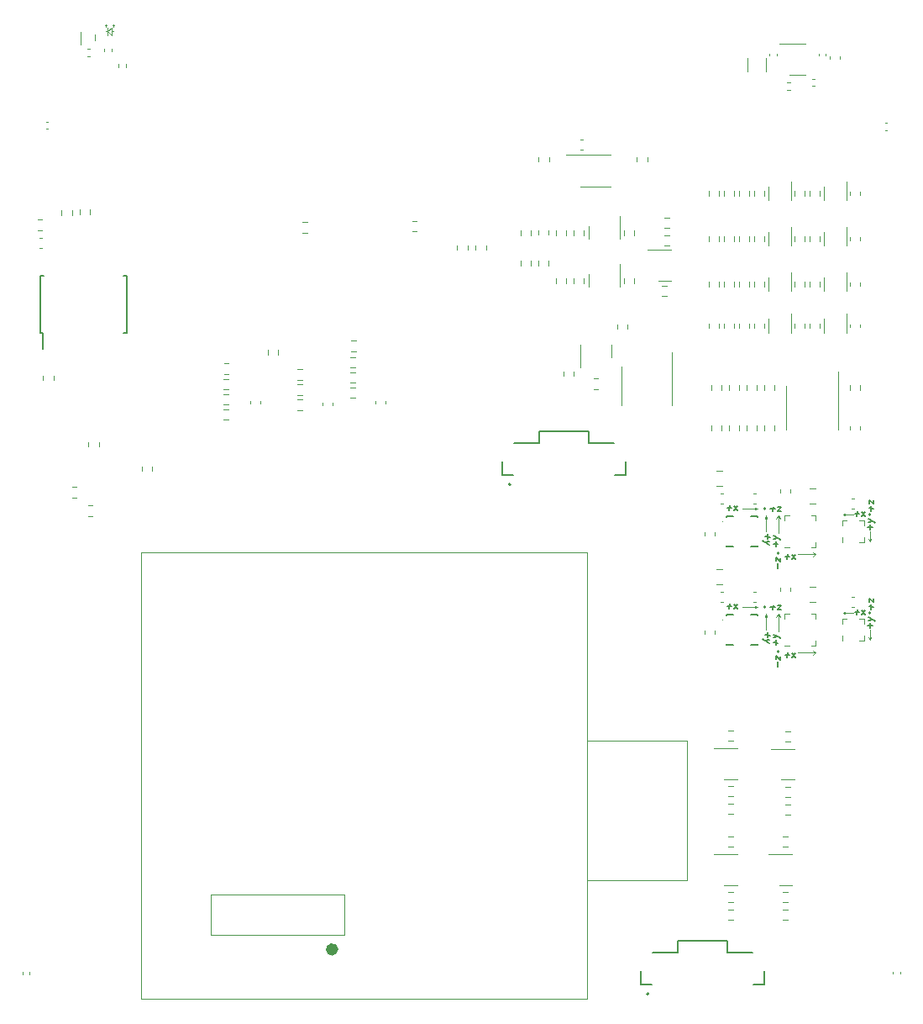
<source format=gto>
G04 #@! TF.GenerationSoftware,KiCad,Pcbnew,(6.0.5)*
G04 #@! TF.CreationDate,2022-06-17T13:42:06-04:00*
G04 #@! TF.ProjectId,FP Interface Card,46502049-6e74-4657-9266-616365204361,rev?*
G04 #@! TF.SameCoordinates,Original*
G04 #@! TF.FileFunction,Legend,Top*
G04 #@! TF.FilePolarity,Positive*
%FSLAX46Y46*%
G04 Gerber Fmt 4.6, Leading zero omitted, Abs format (unit mm)*
G04 Created by KiCad (PCBNEW (6.0.5)) date 2022-06-17 13:42:06*
%MOMM*%
%LPD*%
G01*
G04 APERTURE LIST*
%ADD10C,0.127000*%
%ADD11C,0.120000*%
%ADD12C,0.060000*%
%ADD13C,0.100000*%
%ADD14C,0.203200*%
%ADD15C,0.150000*%
%ADD16C,0.200000*%
%ADD17C,0.750000*%
G04 APERTURE END LIST*
D10*
X116853357Y-126741688D02*
X116853357Y-126257879D01*
X117095261Y-126530021D02*
X116611452Y-126469545D01*
X116671928Y-125993295D02*
X117095261Y-125895021D01*
X116671928Y-125690914D02*
X117095261Y-125895021D01*
X117246452Y-125974396D01*
X117276690Y-126008414D01*
X117306928Y-126072670D01*
X117053357Y-128956807D02*
X117053357Y-128472998D01*
X116871928Y-128208414D02*
X116871928Y-127875795D01*
X117295261Y-128261331D01*
X117295261Y-127928712D01*
X117779192Y-127773357D02*
X118263001Y-127773357D01*
X117990859Y-128015261D02*
X118051335Y-127531452D01*
X118474668Y-128015261D02*
X118860204Y-127591928D01*
X118527585Y-127591928D02*
X118807287Y-128015261D01*
X124813192Y-113557357D02*
X125297001Y-113557357D01*
X125024859Y-113799261D02*
X125085335Y-113315452D01*
X125508668Y-113799261D02*
X125894204Y-113375928D01*
X125561585Y-113375928D02*
X125841287Y-113799261D01*
X126387357Y-115125688D02*
X126387357Y-114641879D01*
X126629261Y-114914021D02*
X126145452Y-114853545D01*
X126205928Y-114377295D02*
X126629261Y-114279021D01*
X126205928Y-114074914D02*
X126629261Y-114279021D01*
X126780452Y-114358396D01*
X126810690Y-114392414D01*
X126840928Y-114456670D01*
X126487357Y-113240807D02*
X126487357Y-112756998D01*
X126729261Y-113029140D02*
X126245452Y-112968664D01*
X126305928Y-112492414D02*
X126305928Y-112159795D01*
X126729261Y-112545331D01*
X126729261Y-112212712D01*
X124813192Y-123463357D02*
X125297001Y-123463357D01*
X125024859Y-123705261D02*
X125085335Y-123221452D01*
X125508668Y-123705261D02*
X125894204Y-123281928D01*
X125561585Y-123281928D02*
X125841287Y-123705261D01*
X126487357Y-123146807D02*
X126487357Y-122662998D01*
X126729261Y-122935140D02*
X126245452Y-122874664D01*
X126305928Y-122398414D02*
X126305928Y-122065795D01*
X126729261Y-122451331D01*
X126729261Y-122118712D01*
X126387357Y-125031688D02*
X126387357Y-124547879D01*
X126629261Y-124820021D02*
X126145452Y-124759545D01*
X126205928Y-124283295D02*
X126629261Y-124185021D01*
X126205928Y-123980914D02*
X126629261Y-124185021D01*
X126780452Y-124264396D01*
X126810690Y-124298414D01*
X126840928Y-124362670D01*
X111937192Y-122863357D02*
X112421001Y-122863357D01*
X112148859Y-123105261D02*
X112209335Y-122621452D01*
X112632668Y-123105261D02*
X113018204Y-122681928D01*
X112685585Y-122681928D02*
X112965287Y-123105261D01*
X116337192Y-122963357D02*
X116821001Y-122963357D01*
X116548859Y-123205261D02*
X116609335Y-122721452D01*
X117085585Y-122781928D02*
X117418204Y-122781928D01*
X117032668Y-123205261D01*
X117365287Y-123205261D01*
X116020642Y-125504311D02*
X116020642Y-125988120D01*
X115778738Y-125715978D02*
X116262547Y-125776454D01*
X116202071Y-126252704D02*
X115778738Y-126350978D01*
X116202071Y-126555085D02*
X115778738Y-126350978D01*
X115627547Y-126271603D01*
X115597309Y-126237585D01*
X115567071Y-126173329D01*
X117053357Y-119040807D02*
X117053357Y-118556998D01*
X116871928Y-118292414D02*
X116871928Y-117959795D01*
X117295261Y-118345331D01*
X117295261Y-118012712D01*
X117779192Y-117857357D02*
X118263001Y-117857357D01*
X117990859Y-118099261D02*
X118051335Y-117615452D01*
X118474668Y-118099261D02*
X118860204Y-117675928D01*
X118527585Y-117675928D02*
X118807287Y-118099261D01*
X116853357Y-116825688D02*
X116853357Y-116341879D01*
X117095261Y-116614021D02*
X116611452Y-116553545D01*
X116671928Y-116077295D02*
X117095261Y-115979021D01*
X116671928Y-115774914D02*
X117095261Y-115979021D01*
X117246452Y-116058396D01*
X117276690Y-116092414D01*
X117306928Y-116156670D01*
X116020642Y-115598311D02*
X116020642Y-116082120D01*
X115778738Y-115809978D02*
X116262547Y-115870454D01*
X116202071Y-116346704D02*
X115778738Y-116444978D01*
X116202071Y-116649085D02*
X115778738Y-116444978D01*
X115627547Y-116365603D01*
X115597309Y-116331585D01*
X115567071Y-116267329D01*
X116337192Y-113057357D02*
X116821001Y-113057357D01*
X116548859Y-113299261D02*
X116609335Y-112815452D01*
X117085585Y-112875928D02*
X117418204Y-112875928D01*
X117032668Y-113299261D01*
X117365287Y-113299261D01*
X111937192Y-112957357D02*
X112421001Y-112957357D01*
X112148859Y-113199261D02*
X112209335Y-112715452D01*
X112632668Y-113199261D02*
X113018204Y-112775928D01*
X112685585Y-112775928D02*
X112965287Y-113199261D01*
D11*
X49503778Y-64974280D02*
X49303778Y-64974280D01*
X49903778Y-65374280D02*
X49503778Y-64974280D01*
D12*
X49303778Y-64474280D02*
X49303778Y-64274280D01*
X50103778Y-64474280D02*
X50103778Y-64274280D01*
D11*
X49503778Y-64974280D02*
X49903778Y-64574280D01*
X49903778Y-64974280D02*
X50103778Y-64974280D01*
D12*
X49403778Y-64374280D02*
X49303778Y-64274280D01*
D11*
X49503778Y-64574280D02*
X49503778Y-65374280D01*
D12*
X50203778Y-64374280D02*
X50103778Y-64274280D01*
X50103778Y-64274280D02*
X50003778Y-64374280D01*
X49303778Y-64274280D02*
X49203778Y-64374280D01*
D11*
X49903778Y-64574280D02*
X49903778Y-65374280D01*
X43280664Y-74778000D02*
X43496336Y-74778000D01*
X43280664Y-74058000D02*
X43496336Y-74058000D01*
X128078336Y-74185000D02*
X127862664Y-74185000D01*
X128078336Y-74905000D02*
X127862664Y-74905000D01*
X128690000Y-159654164D02*
X128690000Y-159869836D01*
X129410000Y-159654164D02*
X129410000Y-159869836D01*
X41653000Y-159717664D02*
X41653000Y-159933336D01*
X40933000Y-159717664D02*
X40933000Y-159933336D01*
X123362400Y-67444820D02*
X123362400Y-67725980D01*
X122342400Y-67444820D02*
X122342400Y-67725980D01*
X121197000Y-67198164D02*
X121197000Y-67413836D01*
X121917000Y-67198164D02*
X121917000Y-67413836D01*
X116938600Y-67198164D02*
X116938600Y-67413836D01*
X116218600Y-67198164D02*
X116218600Y-67413836D01*
X115863000Y-67610748D02*
X115863000Y-69033252D01*
X114043000Y-67610748D02*
X114043000Y-69033252D01*
X46790600Y-65053400D02*
X46790600Y-66253400D01*
X46790600Y-66253400D02*
X46790600Y-66253400D01*
X48190600Y-65253400D02*
X48190600Y-65853400D01*
X51325000Y-68539141D02*
X51325000Y-68231859D01*
X50565000Y-68539141D02*
X50565000Y-68231859D01*
X47438559Y-66697400D02*
X47745841Y-66697400D01*
X47438559Y-67457400D02*
X47745841Y-67457400D01*
X49953400Y-67002441D02*
X49953400Y-66695159D01*
X49193400Y-67002441D02*
X49193400Y-66695159D01*
X117999759Y-70101000D02*
X118307041Y-70101000D01*
X117999759Y-70861000D02*
X118307041Y-70861000D01*
X119067800Y-69348600D02*
X118267800Y-69348600D01*
X119067800Y-69348600D02*
X119867800Y-69348600D01*
X119067800Y-66228600D02*
X119867800Y-66228600D01*
X119067800Y-66228600D02*
X117267800Y-66228600D01*
X120514359Y-70480000D02*
X120821641Y-70480000D01*
X120514359Y-69720000D02*
X120821641Y-69720000D01*
X91159500Y-88516258D02*
X91159500Y-88041742D01*
X92204500Y-88516258D02*
X92204500Y-88041742D01*
X98679000Y-77384000D02*
X100179000Y-77384000D01*
X98679000Y-77384000D02*
X95754000Y-77384000D01*
X98679000Y-80604000D02*
X97179000Y-80604000D01*
X98679000Y-80604000D02*
X100179000Y-80604000D01*
X118761500Y-90657258D02*
X118761500Y-90182742D01*
X119806500Y-90657258D02*
X119806500Y-90182742D01*
X61192142Y-100998300D02*
X61666658Y-100998300D01*
X61192142Y-99953300D02*
X61666658Y-99953300D01*
X120908000Y-127528000D02*
X120608000Y-127328000D01*
D13*
X117708000Y-126828000D02*
X118208000Y-126828000D01*
X120908000Y-126828000D02*
X120408000Y-126828000D01*
X117708000Y-123628000D02*
X118208000Y-123628000D01*
D11*
X117108000Y-123628000D02*
X117308000Y-123928000D01*
X119108000Y-127528000D02*
X120908000Y-127528000D01*
D13*
X117708000Y-124128000D02*
X117708000Y-123628000D01*
X120408000Y-123628000D02*
X120908000Y-123628000D01*
D11*
X117108000Y-125428000D02*
X117108000Y-123628000D01*
D13*
X120908000Y-123628000D02*
X120408000Y-123628000D01*
D11*
X120908000Y-127528000D02*
X120608000Y-127728000D01*
X117108000Y-123628000D02*
X116908000Y-123928000D01*
D13*
X120908000Y-126828000D02*
X120908000Y-126328000D01*
X120908000Y-123628000D02*
X120908000Y-124128000D01*
D14*
X117184200Y-127428000D02*
G75*
G03*
X117184200Y-127428000I-76200J0D01*
G01*
D11*
X42888180Y-86778200D02*
X42607020Y-86778200D01*
X42888180Y-85758200D02*
X42607020Y-85758200D01*
X114595420Y-111500000D02*
X114876580Y-111500000D01*
X114595420Y-112520000D02*
X114876580Y-112520000D01*
X125742000Y-114712000D02*
X125742000Y-114712000D01*
X123642000Y-113612000D02*
X123842000Y-113512000D01*
X126342000Y-116312000D02*
X126242000Y-116112000D01*
X123542000Y-114712000D02*
X123542000Y-114212000D01*
X125242000Y-116412000D02*
X125242000Y-116412000D01*
X123542000Y-116412000D02*
X123542000Y-116412000D01*
X126342000Y-116312000D02*
X126442000Y-116112000D01*
X125242000Y-114212000D02*
X125742000Y-114212000D01*
X123642000Y-113612000D02*
X123842000Y-113712000D01*
X124642000Y-113612000D02*
X123642000Y-113612000D01*
X124042000Y-114212000D02*
X124042000Y-114212000D01*
X123542000Y-115912000D02*
X123542000Y-116412000D01*
X125742000Y-115912000D02*
X125742000Y-116412000D01*
X126342000Y-115312000D02*
X126342000Y-116312000D01*
X123542000Y-114212000D02*
X124042000Y-114212000D01*
X125742000Y-114212000D02*
X125742000Y-114712000D01*
X125742000Y-116412000D02*
X125242000Y-116412000D01*
D14*
X126418200Y-113612000D02*
G75*
G03*
X126418200Y-113612000I-76200J0D01*
G01*
D11*
X118761500Y-86085258D02*
X118761500Y-85610742D01*
X119806500Y-86085258D02*
X119806500Y-85610742D01*
X111441252Y-110713000D02*
X110918748Y-110713000D01*
X111441252Y-109243000D02*
X110918748Y-109243000D01*
X120316748Y-111021000D02*
X120839252Y-111021000D01*
X120316748Y-112491000D02*
X120839252Y-112491000D01*
X105414742Y-91595500D02*
X105889258Y-91595500D01*
X105414742Y-90550500D02*
X105889258Y-90550500D01*
X118322869Y-142809902D02*
X117848353Y-142809902D01*
X118322869Y-143854902D02*
X117848353Y-143854902D01*
X117606353Y-146043902D02*
X118080869Y-146043902D01*
X117606353Y-147088902D02*
X118080869Y-147088902D01*
X112564869Y-152676902D02*
X112090353Y-152676902D01*
X112564869Y-151631902D02*
X112090353Y-151631902D01*
X77510000Y-102159420D02*
X77510000Y-102440580D01*
X76490000Y-102159420D02*
X76490000Y-102440580D01*
X118322869Y-142076902D02*
X117848353Y-142076902D01*
X118322869Y-141031902D02*
X117848353Y-141031902D01*
X46689700Y-82926142D02*
X46689700Y-83400658D01*
X47734700Y-82926142D02*
X47734700Y-83400658D01*
X110125500Y-85610742D02*
X110125500Y-86085258D01*
X111170500Y-85610742D02*
X111170500Y-86085258D01*
X48616700Y-106298142D02*
X48616700Y-106772658D01*
X47571700Y-106298142D02*
X47571700Y-106772658D01*
X112694500Y-81038742D02*
X112694500Y-81513258D01*
X111649500Y-81038742D02*
X111649500Y-81513258D01*
X52947300Y-108756342D02*
X52947300Y-109230858D01*
X53992300Y-108756342D02*
X53992300Y-109230858D01*
X66689500Y-97519258D02*
X66689500Y-97044742D01*
X65644500Y-97519258D02*
X65644500Y-97044742D01*
X114218500Y-81513258D02*
X114218500Y-81038742D01*
X113173500Y-81513258D02*
X113173500Y-81038742D01*
X86598300Y-86964858D02*
X86598300Y-86490342D01*
X87643300Y-86964858D02*
X87643300Y-86490342D01*
X121330500Y-90657258D02*
X121330500Y-90182742D01*
X120285500Y-90657258D02*
X120285500Y-90182742D01*
X101116000Y-85231000D02*
X101116000Y-85881000D01*
X97996000Y-85231000D02*
X97996000Y-85881000D01*
X97996000Y-85231000D02*
X97996000Y-84581000D01*
X101116000Y-85231000D02*
X101116000Y-83556000D01*
X85801700Y-86487142D02*
X85801700Y-86961658D01*
X84756700Y-86487142D02*
X84756700Y-86961658D01*
X112694500Y-90182742D02*
X112694500Y-90657258D01*
X111649500Y-90182742D02*
X111649500Y-90657258D01*
X112694500Y-94373742D02*
X112694500Y-94848258D01*
X111649500Y-94373742D02*
X111649500Y-94848258D01*
X123542000Y-126318000D02*
X123542000Y-126318000D01*
X123542000Y-124118000D02*
X124042000Y-124118000D01*
X126342000Y-126218000D02*
X126442000Y-126018000D01*
X126342000Y-126218000D02*
X126242000Y-126018000D01*
X125742000Y-124618000D02*
X125742000Y-124618000D01*
X124042000Y-124118000D02*
X124042000Y-124118000D01*
X123542000Y-124618000D02*
X123542000Y-124118000D01*
X125242000Y-124118000D02*
X125742000Y-124118000D01*
X123642000Y-123518000D02*
X123842000Y-123418000D01*
X123542000Y-125818000D02*
X123542000Y-126318000D01*
X125242000Y-126318000D02*
X125242000Y-126318000D01*
X124642000Y-123518000D02*
X123642000Y-123518000D01*
X125742000Y-125818000D02*
X125742000Y-126318000D01*
X123642000Y-123518000D02*
X123842000Y-123618000D01*
X125742000Y-126318000D02*
X125242000Y-126318000D01*
X126342000Y-125218000D02*
X126342000Y-126218000D01*
X125742000Y-124118000D02*
X125742000Y-124618000D01*
D14*
X126418200Y-123518000D02*
G75*
G03*
X126418200Y-123518000I-76200J0D01*
G01*
D11*
X101573500Y-84993742D02*
X101573500Y-85468258D01*
X102618500Y-84993742D02*
X102618500Y-85468258D01*
X42434742Y-83932500D02*
X42909258Y-83932500D01*
X42434742Y-84977500D02*
X42909258Y-84977500D01*
X111170500Y-94373742D02*
X111170500Y-94848258D01*
X110125500Y-94373742D02*
X110125500Y-94848258D01*
X118761500Y-94848258D02*
X118761500Y-94373742D01*
X119806500Y-94848258D02*
X119806500Y-94373742D01*
X121680000Y-80576000D02*
X121680000Y-81976000D01*
X124000000Y-81976000D02*
X124000000Y-80076000D01*
X121680000Y-85148000D02*
X121680000Y-86548000D01*
X124000000Y-86548000D02*
X124000000Y-84648000D01*
D15*
X42751200Y-95358400D02*
X42751200Y-89608400D01*
X42976200Y-95358400D02*
X42976200Y-96958400D01*
X42751200Y-95358400D02*
X42976200Y-95358400D01*
X51401200Y-95358400D02*
X51101200Y-95358400D01*
X42751200Y-89608400D02*
X43051200Y-89608400D01*
X51401200Y-95358400D02*
X51401200Y-89608400D01*
X51401200Y-89608400D02*
X51101200Y-89608400D01*
D11*
X119806500Y-81513258D02*
X119806500Y-81038742D01*
X118761500Y-81513258D02*
X118761500Y-81038742D01*
X112564869Y-154454902D02*
X112090353Y-154454902D01*
X112564869Y-153409902D02*
X112090353Y-153409902D01*
X117274000Y-111388580D02*
X117274000Y-111107420D01*
X118294000Y-111388580D02*
X118294000Y-111107420D01*
X45913342Y-111886700D02*
X46387858Y-111886700D01*
X45913342Y-110841700D02*
X46387858Y-110841700D01*
X113173500Y-90657258D02*
X113173500Y-90182742D01*
X114218500Y-90657258D02*
X114218500Y-90182742D01*
X95426500Y-99669258D02*
X95426500Y-99194742D01*
X96471500Y-99669258D02*
X96471500Y-99194742D01*
X97141420Y-75817000D02*
X97422580Y-75817000D01*
X97141420Y-76837000D02*
X97422580Y-76837000D01*
X118085611Y-137200402D02*
X118735611Y-137200402D01*
X118085611Y-140320402D02*
X117435611Y-140320402D01*
X118085611Y-140320402D02*
X118735611Y-140320402D01*
X118085611Y-137200402D02*
X116410611Y-137200402D01*
X100303000Y-97146000D02*
X100303000Y-97796000D01*
X97183000Y-97146000D02*
X97183000Y-98821000D01*
X100303000Y-97146000D02*
X100303000Y-96496000D01*
X97183000Y-97146000D02*
X97183000Y-96496000D01*
X112327611Y-147800402D02*
X112977611Y-147800402D01*
X112327611Y-147800402D02*
X110652611Y-147800402D01*
X112327611Y-150920402D02*
X112977611Y-150920402D01*
X112327611Y-150920402D02*
X111677611Y-150920402D01*
X105652000Y-90093000D02*
X106302000Y-90093000D01*
X105652000Y-86973000D02*
X106302000Y-86973000D01*
X105652000Y-86973000D02*
X103977000Y-86973000D01*
X105652000Y-90093000D02*
X105002000Y-90093000D01*
X92907500Y-84969742D02*
X92907500Y-85444258D01*
X93952500Y-84969742D02*
X93952500Y-85444258D01*
X117848353Y-136488902D02*
X118322869Y-136488902D01*
X117848353Y-135443902D02*
X118322869Y-135443902D01*
X124362000Y-90560580D02*
X124362000Y-90279420D01*
X125382000Y-90560580D02*
X125382000Y-90279420D01*
X118080869Y-152676902D02*
X117606353Y-152676902D01*
X118080869Y-151631902D02*
X117606353Y-151631902D01*
X113935500Y-104660742D02*
X113935500Y-105135258D01*
X114980500Y-104660742D02*
X114980500Y-105135258D01*
X124362000Y-85988580D02*
X124362000Y-85707420D01*
X125382000Y-85988580D02*
X125382000Y-85707420D01*
X112090353Y-147088902D02*
X112564869Y-147088902D01*
X112090353Y-146043902D02*
X112564869Y-146043902D01*
X97538500Y-85468258D02*
X97538500Y-84993742D01*
X96493500Y-85468258D02*
X96493500Y-84993742D01*
X123164000Y-102866000D02*
X123164000Y-105066000D01*
X117944000Y-102866000D02*
X117944000Y-105066000D01*
X117944000Y-102866000D02*
X117944000Y-100666000D01*
X123164000Y-102866000D02*
X123164000Y-99266000D01*
X68662742Y-100048500D02*
X69137258Y-100048500D01*
X68662742Y-99003500D02*
X69137258Y-99003500D01*
X121330500Y-86085258D02*
X121330500Y-85610742D01*
X120285500Y-86085258D02*
X120285500Y-85610742D01*
X124362000Y-94751580D02*
X124362000Y-94470420D01*
X125382000Y-94751580D02*
X125382000Y-94470420D01*
X97996000Y-90057000D02*
X97996000Y-89407000D01*
X97996000Y-90057000D02*
X97996000Y-90707000D01*
X101116000Y-90057000D02*
X101116000Y-88382000D01*
X101116000Y-90057000D02*
X101116000Y-90707000D01*
X71172000Y-102362420D02*
X71172000Y-102643580D01*
X72192000Y-102362420D02*
X72192000Y-102643580D01*
X118294000Y-121294580D02*
X118294000Y-121013420D01*
X117274000Y-121294580D02*
X117274000Y-121013420D01*
X124349500Y-101071258D02*
X124349500Y-100596742D01*
X125394500Y-101071258D02*
X125394500Y-100596742D01*
X73992142Y-101872300D02*
X74466658Y-101872300D01*
X73992142Y-100827300D02*
X74466658Y-100827300D01*
X124000000Y-91120000D02*
X124000000Y-89220000D01*
X121680000Y-89720000D02*
X121680000Y-91120000D01*
X93994500Y-77613742D02*
X93994500Y-78088258D01*
X92949500Y-77613742D02*
X92949500Y-78088258D01*
X113202500Y-104660742D02*
X113202500Y-105135258D01*
X112157500Y-104660742D02*
X112157500Y-105135258D01*
X110674000Y-125612580D02*
X110674000Y-125331420D01*
X109654000Y-125612580D02*
X109654000Y-125331420D01*
X125382000Y-105038580D02*
X125382000Y-104757420D01*
X124362000Y-105038580D02*
X124362000Y-104757420D01*
X110125500Y-90182742D02*
X110125500Y-90657258D01*
X111170500Y-90182742D02*
X111170500Y-90657258D01*
X111574580Y-122426000D02*
X111293420Y-122426000D01*
X111574580Y-121406000D02*
X111293420Y-121406000D01*
X106143258Y-86515500D02*
X105668742Y-86515500D01*
X106143258Y-85470500D02*
X105668742Y-85470500D01*
X100899500Y-94463742D02*
X100899500Y-94938258D01*
X101944500Y-94463742D02*
X101944500Y-94938258D01*
X114218500Y-94848258D02*
X114218500Y-94373742D01*
X113173500Y-94848258D02*
X113173500Y-94373742D01*
X68662742Y-101572500D02*
X69137258Y-101572500D01*
X68662742Y-100527500D02*
X69137258Y-100527500D01*
X114697500Y-85610742D02*
X114697500Y-86085258D01*
X115742500Y-85610742D02*
X115742500Y-86085258D01*
X116758500Y-104660742D02*
X116758500Y-105135258D01*
X115713500Y-104660742D02*
X115713500Y-105135258D01*
X124782580Y-113028000D02*
X124501420Y-113028000D01*
X124782580Y-112008000D02*
X124501420Y-112008000D01*
X45908700Y-82976142D02*
X45908700Y-83450658D01*
X44863700Y-82976142D02*
X44863700Y-83450658D01*
D10*
X114366000Y-123668000D02*
X115016000Y-123668000D01*
X111916000Y-123668000D02*
X112566000Y-123668000D01*
D11*
X115866000Y-123618000D02*
X115966000Y-123918000D01*
D10*
X115016000Y-126768000D02*
X115016000Y-126618000D01*
D11*
X115066000Y-122918000D02*
X114766000Y-123018000D01*
D10*
X111916000Y-123818000D02*
X111916000Y-123668000D01*
D11*
X114766000Y-122818000D02*
X115066000Y-122918000D01*
D10*
X111916000Y-126768000D02*
X112566000Y-126768000D01*
X111916000Y-126618000D02*
X111916000Y-126768000D01*
D11*
X115766000Y-123918000D02*
X115866000Y-123618000D01*
X113466000Y-122918000D02*
X115066000Y-122918000D01*
X115866000Y-125218000D02*
X115866000Y-123618000D01*
D10*
X114366000Y-126768000D02*
X115016000Y-126768000D01*
X115016000Y-123668000D02*
X115016000Y-123818000D01*
D14*
X115842200Y-122918000D02*
G75*
G03*
X115842200Y-122918000I-76200J0D01*
G01*
D13*
X111516000Y-124218000D02*
G75*
G03*
X111516000Y-124218000I-50000J0D01*
G01*
D11*
X106143258Y-83692500D02*
X105668742Y-83692500D01*
X106143258Y-84737500D02*
X105668742Y-84737500D01*
X117108000Y-115512000D02*
X117108000Y-113712000D01*
D13*
X117708000Y-114212000D02*
X117708000Y-113712000D01*
D11*
X117108000Y-113712000D02*
X117308000Y-114012000D01*
D13*
X120908000Y-113712000D02*
X120908000Y-114212000D01*
D11*
X117108000Y-113712000D02*
X116908000Y-114012000D01*
D13*
X117708000Y-113712000D02*
X118208000Y-113712000D01*
D11*
X120908000Y-117612000D02*
X120608000Y-117412000D01*
D13*
X120908000Y-116912000D02*
X120408000Y-116912000D01*
D11*
X120908000Y-117612000D02*
X120608000Y-117812000D01*
X119108000Y-117612000D02*
X120908000Y-117612000D01*
D13*
X120408000Y-113712000D02*
X120908000Y-113712000D01*
X120908000Y-113712000D02*
X120408000Y-113712000D01*
X117708000Y-116912000D02*
X118208000Y-116912000D01*
X120908000Y-116912000D02*
X120908000Y-116412000D01*
D14*
X117184200Y-117512000D02*
G75*
G03*
X117184200Y-117512000I-76200J0D01*
G01*
D11*
X111649500Y-85610742D02*
X111649500Y-86085258D01*
X112694500Y-85610742D02*
X112694500Y-86085258D01*
X112157500Y-101071258D02*
X112157500Y-100596742D01*
X113202500Y-101071258D02*
X113202500Y-100596742D01*
X115742500Y-94373742D02*
X115742500Y-94848258D01*
X114697500Y-94373742D02*
X114697500Y-94848258D01*
X110125500Y-81038742D02*
X110125500Y-81513258D01*
X111170500Y-81038742D02*
X111170500Y-81513258D01*
X125382000Y-81416580D02*
X125382000Y-81135420D01*
X124362000Y-81416580D02*
X124362000Y-81135420D01*
D16*
X103270000Y-160973002D02*
X103270000Y-159573002D01*
X104420000Y-157723002D02*
X106970000Y-157723002D01*
X115670000Y-160973002D02*
X115670000Y-159573002D01*
X103270000Y-160973002D02*
X104320000Y-160973002D01*
X106970000Y-157723002D02*
X106970000Y-156523002D01*
X115670000Y-160973002D02*
X114620000Y-160973002D01*
X114520000Y-157723002D02*
X111970000Y-157723002D01*
X111970000Y-157723002D02*
X111970000Y-156523002D01*
X106970000Y-156523002D02*
X111970000Y-156523002D01*
X104070000Y-161898002D02*
G75*
G03*
X104070000Y-161898002I-100000J0D01*
G01*
D11*
X42997700Y-100086658D02*
X42997700Y-99612142D01*
X44042700Y-100086658D02*
X44042700Y-99612142D01*
X114595420Y-122426000D02*
X114876580Y-122426000D01*
X114595420Y-121406000D02*
X114876580Y-121406000D01*
X111441252Y-119149000D02*
X110918748Y-119149000D01*
X111441252Y-120619000D02*
X110918748Y-120619000D01*
X124782580Y-122934000D02*
X124501420Y-122934000D01*
X124782580Y-121914000D02*
X124501420Y-121914000D01*
X112560869Y-140977902D02*
X112086353Y-140977902D01*
X112560869Y-142022902D02*
X112086353Y-142022902D01*
X73992142Y-99303300D02*
X74466658Y-99303300D01*
X73992142Y-100348300D02*
X74466658Y-100348300D01*
X110379500Y-104660742D02*
X110379500Y-105135258D01*
X111424500Y-104660742D02*
X111424500Y-105135258D01*
X61192142Y-102522300D02*
X61666658Y-102522300D01*
X61192142Y-101477300D02*
X61666658Y-101477300D01*
X74057742Y-96124500D02*
X74532258Y-96124500D01*
X74057742Y-97169500D02*
X74532258Y-97169500D01*
D10*
X111916000Y-116862000D02*
X112566000Y-116862000D01*
X114366000Y-113762000D02*
X115016000Y-113762000D01*
D11*
X115766000Y-114012000D02*
X115866000Y-113712000D01*
D10*
X111916000Y-113912000D02*
X111916000Y-113762000D01*
D11*
X115866000Y-113712000D02*
X115966000Y-114012000D01*
X115066000Y-113012000D02*
X114766000Y-113112000D01*
X113466000Y-113012000D02*
X115066000Y-113012000D01*
D10*
X111916000Y-113762000D02*
X112566000Y-113762000D01*
X114366000Y-116862000D02*
X115016000Y-116862000D01*
X111916000Y-116712000D02*
X111916000Y-116862000D01*
D11*
X114766000Y-112912000D02*
X115066000Y-113012000D01*
X115866000Y-115312000D02*
X115866000Y-113712000D01*
D10*
X115016000Y-116862000D02*
X115016000Y-116712000D01*
X115016000Y-113762000D02*
X115016000Y-113912000D01*
D14*
X115842200Y-113012000D02*
G75*
G03*
X115842200Y-113012000I-76200J0D01*
G01*
D13*
X111516000Y-114312000D02*
G75*
G03*
X111516000Y-114312000I-50000J0D01*
G01*
D11*
X117843611Y-150920402D02*
X117193611Y-150920402D01*
X117843611Y-150920402D02*
X118493611Y-150920402D01*
X117843611Y-147800402D02*
X118493611Y-147800402D01*
X117843611Y-147800402D02*
X116168611Y-147800402D01*
X80191342Y-84049700D02*
X80665858Y-84049700D01*
X80191342Y-85094700D02*
X80665858Y-85094700D01*
X111424500Y-101071258D02*
X111424500Y-100596742D01*
X110379500Y-101071258D02*
X110379500Y-100596742D01*
D16*
X89315000Y-109669000D02*
X90365000Y-109669000D01*
X100565000Y-106419000D02*
X98015000Y-106419000D01*
X93015000Y-106419000D02*
X93015000Y-105219000D01*
X89315000Y-109669000D02*
X89315000Y-108269000D01*
X90465000Y-106419000D02*
X93015000Y-106419000D01*
X101715000Y-109669000D02*
X100665000Y-109669000D01*
X101715000Y-109669000D02*
X101715000Y-108269000D01*
X93015000Y-105219000D02*
X98015000Y-105219000D01*
X98015000Y-106419000D02*
X98015000Y-105219000D01*
X90115000Y-110594000D02*
G75*
G03*
X90115000Y-110594000I-100000J0D01*
G01*
D11*
X69608658Y-85222300D02*
X69134142Y-85222300D01*
X69608658Y-84177300D02*
X69134142Y-84177300D01*
X121330500Y-81513258D02*
X121330500Y-81038742D01*
X120285500Y-81513258D02*
X120285500Y-81038742D01*
X112323611Y-140266402D02*
X112973611Y-140266402D01*
X112323611Y-140266402D02*
X111673611Y-140266402D01*
X112323611Y-137146402D02*
X112973611Y-137146402D01*
X112323611Y-137146402D02*
X110648611Y-137146402D01*
X68662742Y-102051500D02*
X69137258Y-102051500D01*
X68662742Y-103096500D02*
X69137258Y-103096500D01*
X106412000Y-100693000D02*
X106412000Y-97243000D01*
X101292000Y-100693000D02*
X101292000Y-102643000D01*
X106412000Y-100693000D02*
X106412000Y-102643000D01*
X101292000Y-100693000D02*
X101292000Y-98743000D01*
X91159500Y-84993742D02*
X91159500Y-85468258D01*
X92204500Y-84993742D02*
X92204500Y-85468258D01*
X120285500Y-94848258D02*
X120285500Y-94373742D01*
X121330500Y-94848258D02*
X121330500Y-94373742D01*
X116092000Y-80576000D02*
X116092000Y-81976000D01*
X118412000Y-81976000D02*
X118412000Y-80076000D01*
X94715500Y-85468258D02*
X94715500Y-84993742D01*
X95760500Y-85468258D02*
X95760500Y-84993742D01*
X112560869Y-142755902D02*
X112086353Y-142755902D01*
X112560869Y-143800902D02*
X112086353Y-143800902D01*
X118412000Y-86548000D02*
X118412000Y-84648000D01*
X116092000Y-85148000D02*
X116092000Y-86548000D01*
X118080869Y-153409902D02*
X117606353Y-153409902D01*
X118080869Y-154454902D02*
X117606353Y-154454902D01*
X102618500Y-89819742D02*
X102618500Y-90294258D01*
X101573500Y-89819742D02*
X101573500Y-90294258D01*
X110674000Y-115706580D02*
X110674000Y-115425420D01*
X109654000Y-115706580D02*
X109654000Y-115425420D01*
X94715500Y-90294258D02*
X94715500Y-89819742D01*
X95760500Y-90294258D02*
X95760500Y-89819742D01*
X112086353Y-136434902D02*
X112560869Y-136434902D01*
X112086353Y-135389902D02*
X112560869Y-135389902D01*
X61230742Y-98410500D02*
X61705258Y-98410500D01*
X61230742Y-99455500D02*
X61705258Y-99455500D01*
X73992142Y-97779300D02*
X74466658Y-97779300D01*
X73992142Y-98824300D02*
X74466658Y-98824300D01*
X93982500Y-88516258D02*
X93982500Y-88041742D01*
X92937500Y-88516258D02*
X92937500Y-88041742D01*
X114697500Y-90182742D02*
X114697500Y-90657258D01*
X115742500Y-90182742D02*
X115742500Y-90657258D01*
X63911000Y-102195420D02*
X63911000Y-102476580D01*
X64931000Y-102195420D02*
X64931000Y-102476580D01*
X124000000Y-95311000D02*
X124000000Y-93411000D01*
X121680000Y-93911000D02*
X121680000Y-95311000D01*
X52876000Y-162410000D02*
X52876000Y-117410000D01*
X107876000Y-150410000D02*
X97876000Y-150410000D01*
X97876000Y-117410000D02*
X52876000Y-117410000D01*
X97876000Y-136410000D02*
X107876000Y-136410000D01*
X73376000Y-151910000D02*
X59876000Y-151910000D01*
X73376000Y-155910000D02*
X73376000Y-151910000D01*
X97876000Y-162410000D02*
X52876000Y-162410000D01*
X107876000Y-150410000D02*
X107876000Y-136410000D01*
X59876000Y-155910000D02*
X73376000Y-155910000D01*
X97876000Y-162410000D02*
X97876000Y-117410000D01*
X59876000Y-151910000D02*
X59876000Y-155910000D01*
D17*
X72376000Y-157410000D02*
G75*
G03*
X72376000Y-157410000I-250000J0D01*
G01*
D11*
X120316748Y-122397000D02*
X120839252Y-122397000D01*
X120316748Y-120927000D02*
X120839252Y-120927000D01*
X118412000Y-91120000D02*
X118412000Y-89220000D01*
X116092000Y-89720000D02*
X116092000Y-91120000D01*
X61192142Y-104046300D02*
X61666658Y-104046300D01*
X61192142Y-103001300D02*
X61666658Y-103001300D01*
X113173500Y-86085258D02*
X113173500Y-85610742D01*
X114218500Y-86085258D02*
X114218500Y-85610742D01*
X111574580Y-112520000D02*
X111293420Y-112520000D01*
X111574580Y-111500000D02*
X111293420Y-111500000D01*
X116092000Y-93911000D02*
X116092000Y-95311000D01*
X118412000Y-95311000D02*
X118412000Y-93411000D01*
X102855500Y-77613742D02*
X102855500Y-78088258D01*
X103900500Y-77613742D02*
X103900500Y-78088258D01*
X115713500Y-101071258D02*
X115713500Y-100596742D01*
X116758500Y-101071258D02*
X116758500Y-100596742D01*
X96493500Y-90294258D02*
X96493500Y-89819742D01*
X97538500Y-90294258D02*
X97538500Y-89819742D01*
X115742500Y-81038742D02*
X115742500Y-81513258D01*
X114697500Y-81038742D02*
X114697500Y-81513258D01*
X98505742Y-99925500D02*
X98980258Y-99925500D01*
X98505742Y-100970500D02*
X98980258Y-100970500D01*
X47513342Y-113760700D02*
X47987858Y-113760700D01*
X47513342Y-112715700D02*
X47987858Y-112715700D01*
X113935500Y-101071258D02*
X113935500Y-100596742D01*
X114980500Y-101071258D02*
X114980500Y-100596742D01*
M02*

</source>
